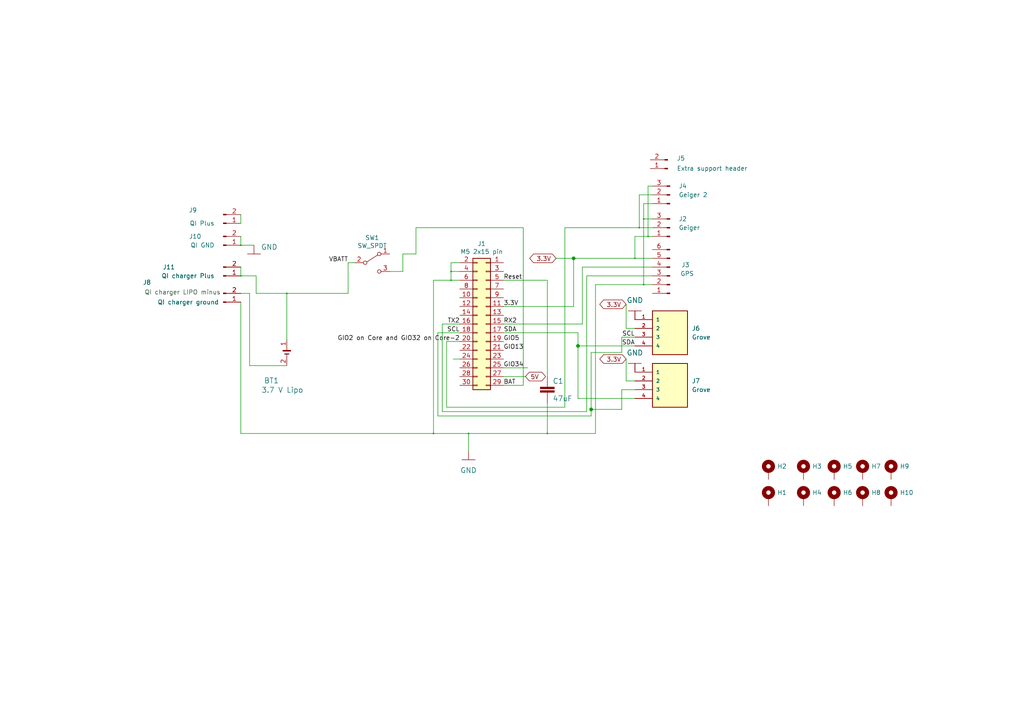
<source format=kicad_sch>
(kicad_sch (version 20230409) (generator eeschema)
  (paper "A4")
  (title_block (title "bGeigieZen V2.1.2") (date "2023-05-29") (rev "V3.0.0") (company "GitHub link at https://github.com/Safecast/bGeigieZen"))
  (lib_symbols
    (symbol "110990030:110990030" (pin_names (offset 1.016))
      (property "Reference" "J" (at -5.08 5.842 0))
      (property "Value" "110990030" (at -5.08 -8.382 0))
      (symbol "110990030_0_0"
        (rectangle (start -5.08 -7.62) (end 5.08 5.08) (stroke (width 0.254)) (fill (type background)))
        (pin passive line (at -10.16 2.54 0) (length 5.08) (name "1") (number "1"))
        (pin passive line (at -10.16 0 0) (length 5.08) (name "2") (number "2"))
        (pin passive line (at -10.16 -2.54 0) (length 5.08) (name "3") (number "3"))
        (pin passive line (at -10.16 -5.08 0) (length 5.08) (name "4") (number "4"))
      )
    )
    (symbol "Connector:Conn_01x02_Male" (pin_names hide)
      (property "Reference" "J" (at 0 2.54 0))
      (property "Value" "Conn_01x02_Male" (at 0 -5.08 0))
      (symbol "Conn_01x02_Male_1_1"
        (polyline (pts (xy 1.27 -2.54) (xy 0.8636 -2.54)))
        (polyline (pts (xy 1.27 0) (xy 0.8636 0)))
        (rectangle (start 0.8636 -2.413) (end 0 -2.667) (fill (type outline)))
        (rectangle (start 0.8636 0.127) (end 0 -0.127) (fill (type outline)))
        (pin passive line (at 5.08 0 180) (length 3.81) (name "Pin_1") (number "1"))
        (pin passive line (at 5.08 -2.54 180) (length 3.81) (name "Pin_2") (number "2"))
      )
    )
    (symbol "Connector:Conn_01x02_Male_1" (pin_names (offset 1.016) hide)
      (property "Reference" "J" (at 0 2.54 0))
      (property "Value" "Conn_01x02_Male" (at 0 -5.08 0))
      (symbol "Conn_01x02_Male_1_1_1"
        (polyline (pts (xy 1.27 -2.54) (xy 0.8636 -2.54)) (stroke (width 0.1524)))
        (polyline (pts (xy 1.27 0) (xy 0.8636 0)) (stroke (width 0.1524)))
        (rectangle (start 0.8636 -2.413) (end 0 -2.667) (stroke (width 0.1524)) (fill (type outline)))
        (rectangle (start 0.8636 0.127) (end 0 -0.127) (stroke (width 0.1524)) (fill (type outline)))
        (pin passive line (at 5.08 0 180) (length 3.81) (name "Pin_1") (number "1"))
        (pin passive line (at 5.08 -2.54 180) (length 3.81) (name "Pin_2") (number "2"))
      )
    )
    (symbol "Connector:Conn_01x03_Male" (pin_names hide)
      (property "Reference" "J" (at 0 5.08 0))
      (property "Value" "Conn_01x03_Male" (at 0 -5.08 0))
      (symbol "Conn_01x03_Male_1_1"
        (polyline (pts (xy 1.27 -2.54) (xy 0.8636 -2.54)) (stroke (width 0.1524)))
        (polyline (pts (xy 1.27 0) (xy 0.8636 0)) (stroke (width 0.1524)))
        (polyline (pts (xy 1.27 2.54) (xy 0.8636 2.54)) (stroke (width 0.1524)))
        (rectangle (start 0.8636 -2.413) (end 0 -2.667) (stroke (width 0.1524)) (fill (type outline)))
        (rectangle (start 0.8636 0.127) (end 0 -0.127) (stroke (width 0.1524)) (fill (type outline)))
        (rectangle (start 0.8636 2.667) (end 0 2.413) (stroke (width 0.1524)) (fill (type outline)))
        (pin passive line (at 5.08 2.54 180) (length 3.81) (name "Pin_1") (number "1"))
        (pin passive line (at 5.08 0 180) (length 3.81) (name "Pin_2") (number "2"))
        (pin passive line (at 5.08 -2.54 180) (length 3.81) (name "Pin_3") (number "3"))
      )
    )
    (symbol "Connector:Conn_01x06_Male" (pin_names (offset 1.016) hide)
      (property "Reference" "J" (at 0 7.62 0))
      (property "Value" "Conn_01x06_Male" (at 0 -10.16 0))
      (symbol "Conn_01x06_Male_1_1"
        (polyline (pts (xy 1.27 -7.62) (xy 0.8636 -7.62)) (stroke (width 0.1524)))
        (polyline (pts (xy 1.27 -5.08) (xy 0.8636 -5.08)) (stroke (width 0.1524)))
        (polyline (pts (xy 1.27 -2.54) (xy 0.8636 -2.54)) (stroke (width 0.1524)))
        (polyline (pts (xy 1.27 0) (xy 0.8636 0)) (stroke (width 0.1524)))
        (polyline (pts (xy 1.27 2.54) (xy 0.8636 2.54)) (stroke (width 0.1524)))
        (polyline (pts (xy 1.27 5.08) (xy 0.8636 5.08)) (stroke (width 0.1524)))
        (rectangle (start 0.8636 -7.493) (end 0 -7.747) (stroke (width 0.1524)) (fill (type outline)))
        (rectangle (start 0.8636 -4.953) (end 0 -5.207) (stroke (width 0.1524)) (fill (type outline)))
        (rectangle (start 0.8636 -2.413) (end 0 -2.667) (stroke (width 0.1524)) (fill (type outline)))
        (rectangle (start 0.8636 0.127) (end 0 -0.127) (stroke (width 0.1524)) (fill (type outline)))
        (rectangle (start 0.8636 2.667) (end 0 2.413) (stroke (width 0.1524)) (fill (type outline)))
        (rectangle (start 0.8636 5.207) (end 0 4.953) (stroke (width 0.1524)) (fill (type outline)))
        (pin passive line (at 5.08 5.08 180) (length 3.81) (name "Pin_1") (number "1"))
        (pin passive line (at 5.08 2.54 180) (length 3.81) (name "Pin_2") (number "2"))
        (pin passive line (at 5.08 0 180) (length 3.81) (name "Pin_3") (number "3"))
        (pin passive line (at 5.08 -2.54 180) (length 3.81) (name "Pin_4") (number "4"))
        (pin passive line (at 5.08 -5.08 180) (length 3.81) (name "Pin_5") (number "5"))
        (pin passive line (at 5.08 -7.62 180) (length 3.81) (name "Pin_6") (number "6"))
      )
    )
    (symbol "Connector_Generic:Conn_02x15_Odd_Even" (pin_names hide)
      (property "Reference" "J" (at 1.27 20.32 0))
      (property "Value" "Conn_02x15_Odd_Even" (at 1.27 -20.32 0))
      (symbol "Conn_02x15_Odd_Even_1_1"
        (rectangle (start -1.27 -17.653) (end 0 -17.907))
        (rectangle (start -1.27 -15.113) (end 0 -15.367))
        (rectangle (start -1.27 -12.573) (end 0 -12.827))
        (rectangle (start -1.27 -10.033) (end 0 -10.287))
        (rectangle (start -1.27 -7.493) (end 0 -7.747))
        (rectangle (start -1.27 -4.953) (end 0 -5.207))
        (rectangle (start -1.27 -2.413) (end 0 -2.667))
        (rectangle (start -1.27 0.127) (end 0 -0.127))
        (rectangle (start -1.27 2.667) (end 0 2.413))
        (rectangle (start -1.27 5.207) (end 0 4.953))
        (rectangle (start -1.27 7.747) (end 0 7.493))
        (rectangle (start -1.27 10.287) (end 0 10.033))
        (rectangle (start -1.27 12.827) (end 0 12.573))
        (rectangle (start -1.27 15.367) (end 0 15.113))
        (rectangle (start -1.27 17.907) (end 0 17.653))
        (rectangle (start -1.27 19.05) (end 3.81 -19.05) (stroke (width 0.254)) (fill (type background)))
        (rectangle (start 3.81 -17.653) (end 2.54 -17.907))
        (rectangle (start 3.81 -15.113) (end 2.54 -15.367))
        (rectangle (start 3.81 -12.573) (end 2.54 -12.827))
        (rectangle (start 3.81 -10.033) (end 2.54 -10.287))
        (rectangle (start 3.81 -7.493) (end 2.54 -7.747))
        (rectangle (start 3.81 -4.953) (end 2.54 -5.207))
        (rectangle (start 3.81 -2.413) (end 2.54 -2.667))
        (rectangle (start 3.81 0.127) (end 2.54 -0.127))
        (rectangle (start 3.81 2.667) (end 2.54 2.413))
        (rectangle (start 3.81 5.207) (end 2.54 4.953))
        (rectangle (start 3.81 7.747) (end 2.54 7.493))
        (rectangle (start 3.81 10.287) (end 2.54 10.033))
        (rectangle (start 3.81 12.827) (end 2.54 12.573))
        (rectangle (start 3.81 15.367) (end 2.54 15.113))
        (rectangle (start 3.81 17.907) (end 2.54 17.653))
        (pin passive line (at -5.08 17.78 0) (length 3.81) (name "Pin_1") (number "1"))
        (pin passive line (at 7.62 7.62 180) (length 3.81) (name "Pin_10") (number "10"))
        (pin passive line (at -5.08 5.08 0) (length 3.81) (name "Pin_11") (number "11"))
        (pin passive line (at 7.62 5.08 180) (length 3.81) (name "Pin_12") (number "12"))
        (pin passive line (at -5.08 2.54 0) (length 3.81) (name "Pin_13") (number "13"))
        (pin passive line (at 7.62 2.54 180) (length 3.81) (name "Pin_14") (number "14"))
        (pin passive line (at -5.08 0 0) (length 3.81) (name "Pin_15") (number "15"))
        (pin passive line (at 7.62 0 180) (length 3.81) (name "Pin_16") (number "16"))
        (pin passive line (at -5.08 -2.54 0) (length 3.81) (name "Pin_17") (number "17"))
        (pin passive line (at 7.62 -2.54 180) (length 3.81) (name "Pin_18") (number "18"))
        (pin passive line (at -5.08 -5.08 0) (length 3.81) (name "Pin_19") (number "19"))
        (pin passive line (at 7.62 17.78 180) (length 3.81) (name "Pin_2") (number "2"))
        (pin passive line (at 7.62 -5.08 180) (length 3.81) (name "Pin_20") (number "20"))
        (pin passive line (at -5.08 -7.62 0) (length 3.81) (name "Pin_21") (number "21"))
        (pin passive line (at 7.62 -7.62 180) (length 3.81) (name "Pin_22") (number "22"))
        (pin passive line (at -5.08 -10.16 0) (length 3.81) (name "Pin_23") (number "23"))
        (pin passive line (at 7.62 -10.16 180) (length 3.81) (name "Pin_24") (number "24"))
        (pin passive line (at -5.08 -12.7 0) (length 3.81) (name "Pin_25") (number "25"))
        (pin passive line (at 7.62 -12.7 180) (length 3.81) (name "Pin_26") (number "26"))
        (pin passive line (at -5.08 -15.24 0) (length 3.81) (name "Pin_27") (number "27"))
        (pin passive line (at 7.62 -15.24 180) (length 3.81) (name "Pin_28") (number "28"))
        (pin passive line (at -5.08 -17.78 0) (length 3.81) (name "Pin_29") (number "29"))
        (pin passive line (at -5.08 15.24 0) (length 3.81) (name "Pin_3") (number "3"))
        (pin passive line (at 7.62 -17.78 180) (length 3.81) (name "Pin_30") (number "30"))
        (pin passive line (at 7.62 15.24 180) (length 3.81) (name "Pin_4") (number "4"))
        (pin passive line (at -5.08 12.7 0) (length 3.81) (name "Pin_5") (number "5"))
        (pin passive line (at 7.62 12.7 180) (length 3.81) (name "Pin_6") (number "6"))
        (pin passive line (at -5.08 10.16 0) (length 3.81) (name "Pin_7") (number "7"))
        (pin passive line (at 7.62 10.16 180) (length 3.81) (name "Pin_8") (number "8"))
        (pin passive line (at -5.08 7.62 0) (length 3.81) (name "Pin_9") (number "9"))
      )
    )
    (symbol "Mechanical:MountingHole_Pad" (pin_numbers hide) (pin_names hide)
      (property "Reference" "H" (at 0 6.35 0))
      (property "Value" "MountingHole_Pad" (at 0 4.445 0))
      (symbol "MountingHole_Pad_0_1"
        (circle (center 0 1.27) (radius 1.27) (stroke (width 1.27)))
      )
      (symbol "MountingHole_Pad_1_1"
        (pin input line (at 0 -2.54 90) (length 2.54) (name "1") (number "1"))
      )
    )
    (symbol "Switch:SW_SPDT" (pin_names (offset 0) hide)
      (property "Reference" "SW1" (at 0 7.239 0))
      (property "Value" "SW_SPDT" (at 0 4.9276 0))
      (symbol "SW_SPDT_0_0"
        (circle (center -2.032 0) (radius 0.508))
        (circle (center 2.032 -2.54) (radius 0.508))
      )
      (symbol "SW_SPDT_0_1"
        (polyline (pts (xy -1.524 0.254) (xy 1.651 2.286)))
        (circle (center 2.032 2.54) (radius 0.508))
      )
      (symbol "SW_SPDT_1_1"
        (pin passive line (at 5.08 2.54 180) (length 2.54) (name "A") (number "1"))
        (pin passive line (at -5.08 0 0) (length 2.54) (name "B") (number "2"))
        (pin passive line (at 5.08 -2.54 180) (length 2.54) (name "C") (number "3"))
      )
    )
    (symbol "bGeigieRaku-V2-rescue:BATTERY-akizuki-M5_board-rescue" (pin_names hide)
      (property "Reference" "BT" (at 0 -7.62 0))
      (property "Value" "BATTERY-akizuki-M5_board-rescue" (at 0 6.35 0))
      (symbol "BATTERY-akizuki-M5_board-rescue_0_1"
        (rectangle (start -1.143 0.635) (end 1.143 0.381) (fill (type outline)))
        (rectangle (start -0.635 -0.381) (end 0.635 -0.508))
        (polyline (pts (xy 0 -0.508) (xy 0 -1.27)))
        (polyline (pts (xy 0 1.27) (xy 0 0.635)))
      )
      (symbol "BATTERY-akizuki-M5_board-rescue_1_1"
        (pin input line (at 0 3.81 270) (length 2.54) (name "+") (number "1"))
        (pin input line (at 0 -3.81 90) (length 2.54) (name "-") (number "2"))
      )
    )
    (symbol "bGeigieRaku-V2-rescue:GND-bGeigieNano_V1.1.5" (power)
      (property "Value" "GND-bGeigieNano_V1.1.5" (at 0 -0.254 0))
      (symbol "GND-bGeigieNano_V1.1.5_1_0"
        (polyline (pts (xy -1.905 0) (xy 1.905 0)))
        (pin power_in line (at 0 2.54 270) (length 2.54) (name "GND") (number "1"))
      )
    )
    (symbol "bGeigieRaku-V2-rescue:bGeigieNano_V1.1.5-eagle-import_C-EU025-024X044-bGeigieNano_V1.1.5-cache"
      (property "Reference" "C" (at 1.524 0.381 0))
      (property "Value" "bGeigieNano_V1.1.5-eagle-import_C-EU025-024X044-bGeigieNano_V1.1.5-cache" (at 1.524 -4.699 0))
      (symbol "bGeigieNano_V1.1.5-eagle-import_C-EU025-024X044-bGeigieNano_V1.1.5-cache_1_0"
        (rectangle (start -2.032 -2.032) (end 2.032 -1.524) (fill (type outline)))
        (rectangle (start -2.032 -1.016) (end 2.032 -0.508) (fill (type outline)))
        (polyline (pts (xy 0 -2.54) (xy 0 -2.032)))
        (polyline (pts (xy 0 0) (xy 0 -0.508)))
        (pin passive line (at 0 2.54 270) (length 2.54) (name "1") (number "1"))
        (pin passive line (at 0 -5.08 90) (length 2.54) (name "2") (number "2"))
      )
    )
  )
  (junction (at 125.73 125.73) (diameter 0.3048))
  (junction (at 186.69 82.55) (diameter 0.3048))
  (junction (at 166.37 74.93))
  (junction (at 130.81 81.28) (diameter 0.3048))
  (junction (at 83.185 85.09) (diameter 0.3048))
  (junction (at 186.69 63.5) (diameter 0.3048))
  (junction (at 185.42 66.04) (diameter 0.3048))
  (junction (at 167.64 100.33))
  (junction (at 69.85 71.12) (diameter 0.3048))
  (junction (at 184.15 74.93) (diameter 0.3048))
  (junction (at 158.75 125.73) (diameter 0.3048))
  (junction (at 69.85 80.01) (diameter 0.3048))
  (junction (at 187.96 68.58) (diameter 0.3048))
  (junction (at 135.89 125.73) (diameter 0.3048))
  (junction (at 171.45 118.745))
  (junction (at 130.81 78.74) (diameter 0.3048))
  (wire (pts (xy 127 96.52) (xy 133.35 96.52)))
  (wire (pts (xy 127 120.65) (xy 127 96.52)))
  (wire (pts (xy 186.69 59.055) (xy 189.23 59.055)))
  (wire (pts (xy 74.295 85.09) (xy 83.185 85.09)))
  (wire (pts (xy 186.69 82.55) (xy 172.72 82.55)))
  (wire (pts (xy 167.64 115.57) (xy 184.15 115.57)))
  (wire (pts (xy 184.15 95.25) (xy 181.61 95.25)))
  (wire (pts (xy 130.81 78.74) (xy 133.35 78.74)))
  (wire (pts (xy 69.85 87.63) (xy 69.85 125.73)))
  (wire (pts (xy 135.89 125.73) (xy 135.89 130.81)))
  (wire (pts (xy 167.64 115.57) (xy 167.64 100.33)))
  (wire (pts (xy 172.72 125.73) (xy 158.75 125.73)))
  (wire (pts (xy 146.05 109.22) (xy 152.4 109.22)))
  (wire (pts (xy 151.765 111.76) (xy 146.05 111.76)))
  (wire (pts (xy 130.81 81.28) (xy 133.35 81.28)))
  (wire (pts (xy 72.39 106.045) (xy 83.185 106.045)))
  (wire (pts (xy 72.39 85.09) (xy 72.39 106.045)))
  (wire (pts (xy 161.29 74.93) (xy 166.37 74.93)))
  (wire (pts (xy 189.23 66.04) (xy 185.42 66.04)))
  (wire (pts (xy 130.81 78.74) (xy 130.81 76.2)))
  (wire (pts (xy 100.965 76.2) (xy 102.87 76.2)))
  (wire (pts (xy 69.85 71.12) (xy 73.66 71.12)))
  (wire (pts (xy 180.34 113.03) (xy 184.15 113.03)))
  (wire (pts (xy 170.18 119.38) (xy 128.27 119.38)))
  (wire (pts (xy 168.91 93.98) (xy 146.05 93.98)))
  (wire (pts (xy 125.73 125.73) (xy 125.73 81.28)))
  (wire (pts (xy 129.54 118.11) (xy 163.83 118.11)))
  (wire (pts (xy 128.27 93.98) (xy 133.35 93.98)))
  (wire (pts (xy 116.84 73.66) (xy 116.84 78.74)))
  (wire (pts (xy 186.69 82.55) (xy 186.69 63.5)))
  (wire (pts (xy 116.84 73.66) (xy 120.65 73.66)))
  (wire (pts (xy 184.15 74.93) (xy 184.15 68.58)))
  (wire (pts (xy 158.75 125.73) (xy 135.89 125.73)))
  (wire (pts (xy 125.73 125.73) (xy 135.89 125.73)))
  (wire (pts (xy 69.85 85.09) (xy 72.39 85.09)))
  (wire (pts (xy 187.96 53.975) (xy 187.96 68.58)))
  (wire (pts (xy 181.61 104.14) (xy 181.61 110.49)))
  (wire (pts (xy 158.75 81.28) (xy 158.75 109.22)))
  (wire (pts (xy 133.35 104.14) (xy 131.445 104.14)))
  (wire (pts (xy 146.05 81.28) (xy 158.75 81.28)))
  (wire (pts (xy 129.54 118.11) (xy 129.54 99.06)))
  (wire (pts (xy 69.85 68.58) (xy 69.85 71.12)))
  (wire (pts (xy 69.85 62.23) (xy 69.85 64.77)))
  (wire (pts (xy 163.83 66.04) (xy 185.42 66.04)))
  (wire (pts (xy 167.64 100.33) (xy 167.64 96.52)))
  (wire (pts (xy 171.45 118.745) (xy 171.45 120.65)))
  (wire (pts (xy 69.85 77.47) (xy 69.85 80.01)))
  (wire (pts (xy 130.81 81.28) (xy 130.81 78.74)))
  (wire (pts (xy 125.73 81.28) (xy 130.81 81.28)))
  (wire (pts (xy 180.34 97.79) (xy 184.15 97.79)))
  (wire (pts (xy 113.03 78.74) (xy 116.84 78.74)))
  (wire (pts (xy 170.18 80.01) (xy 170.18 119.38)))
  (wire (pts (xy 189.23 77.47) (xy 168.91 77.47)))
  (wire (pts (xy 69.85 125.73) (xy 125.73 125.73)))
  (wire (pts (xy 185.42 56.515) (xy 185.42 66.04)))
  (wire (pts (xy 189.23 56.515) (xy 185.42 56.515)))
  (wire (pts (xy 146.05 88.9) (xy 166.37 88.9)))
  (wire (pts (xy 163.83 66.04) (xy 163.83 118.11)))
  (wire (pts (xy 180.34 102.235) (xy 180.34 97.79)))
  (wire (pts (xy 172.72 82.55) (xy 172.72 125.73)))
  (wire (pts (xy 120.65 73.66) (xy 120.65 66.04)))
  (wire (pts (xy 181.61 110.49) (xy 184.15 110.49)))
  (wire (pts (xy 74.295 80.01) (xy 74.295 85.09)))
  (wire (pts (xy 151.765 66.04) (xy 151.765 111.76)))
  (wire (pts (xy 180.34 118.745) (xy 171.45 118.745)))
  (wire (pts (xy 130.81 76.2) (xy 133.35 76.2)))
  (wire (pts (xy 187.96 53.975) (xy 189.23 53.975)))
  (wire (pts (xy 189.23 82.55) (xy 186.69 82.55)))
  (wire (pts (xy 128.27 119.38) (xy 128.27 93.98)))
  (wire (pts (xy 168.91 77.47) (xy 168.91 93.98)))
  (wire (pts (xy 184.15 68.58) (xy 187.96 68.58)))
  (wire (pts (xy 187.96 68.58) (xy 189.23 68.58)))
  (wire (pts (xy 129.54 99.06) (xy 133.35 99.06)))
  (wire (pts (xy 180.34 113.03) (xy 180.34 118.745)))
  (wire (pts (xy 69.85 80.01) (xy 74.295 80.01)))
  (wire (pts (xy 83.185 85.09) (xy 100.965 85.09)))
  (wire (pts (xy 100.965 76.2) (xy 100.965 85.09)))
  (wire (pts (xy 171.45 102.235) (xy 180.34 102.235)))
  (wire (pts (xy 166.37 74.93) (xy 184.15 74.93)))
  (wire (pts (xy 186.69 63.5) (xy 186.69 59.055)))
  (wire (pts (xy 171.45 102.235) (xy 171.45 118.745)))
  (wire (pts (xy 181.61 88.265) (xy 181.61 95.25)))
  (wire (pts (xy 167.64 100.33) (xy 184.15 100.33)))
  (wire (pts (xy 166.37 74.93) (xy 166.37 88.9)))
  (wire (pts (xy 184.15 74.93) (xy 189.23 74.93)))
  (wire (pts (xy 189.23 80.01) (xy 170.18 80.01)))
  (wire (pts (xy 146.05 96.52) (xy 167.64 96.52)))
  (wire (pts (xy 146.05 106.68) (xy 153.035 106.68)))
  (wire (pts (xy 171.45 120.65) (xy 127 120.65)))
  (wire (pts (xy 186.69 63.5) (xy 189.23 63.5)))
  (wire (pts (xy 158.75 116.84) (xy 158.75 125.73)))
  (wire (pts (xy 83.185 98.425) (xy 83.185 85.09)))
  (wire (pts (xy 120.65 66.04) (xy 151.765 66.04)))
  (text "QI charger LIPO minus" (at 41.91 85.725 0) (effects (font (size 1.27 1.27)) (justify left bottom)))
  (label "SDA" (at 149.86 96.52 0))
  (label "TX2" (at 133.35 93.98 0))
  (label "VBATT" (at 100.965 76.2 0))
  (label "GIO13" (at 146.05 101.6 0))
  (label "GIO34" (at 146.05 106.68 0))
  (label "Reset" (at 146.05 81.28 0))
  (label "GIO2 on Core and GIO32 on Core-2" (at 133.35 99.06 0))
  (label "3.3V" (at 146.05 88.9 0))
  (label "SCL" (at 184.15 97.79 0))
  (label "SCL" (at 133.35 96.52 0))
  (label "GIO5" (at 146.05 99.06 0))
  (label "BAT" (at 146.05 111.76 0))
  (label "RX2" (at 146.05 93.98 0))
  (label "SDA" (at 184.15 100.33 0))
  (global_label "3.3V" (shape bidirectional) (at 181.61 104.14 180) (property "Intersheetrefs" "${INTERSHEET_REFS}" (effects hide)))
  (global_label "3.3V" (shape bidirectional) (at 181.61 88.265 180) (property "Intersheetrefs" "${INTERSHEET_REFS}" (effects hide)))
  (global_label "3.3V" (shape bidirectional) (at 161.29 74.93 180) (property "Intersheetrefs" "${INTERSHEET_REFS}" (effects hide)))
  (global_label "5V" (shape bidirectional) (at 152.4 109.22 0) (property "Intersheetrefs" "${INTERSHEET_REFS}" (effects hide)))
  (symbol (lib_id "Connector_Generic:Conn_02x15_Odd_Even") (at 140.97 93.98 0) (mirror y) (unit 1)
    (property "Reference" "J1" (at 139.7 70.6882 0))
    (property "Value" "M5 2x15 pin" (at 139.7 72.9996 0))
    (property "Footprint" "Connector_PinHeader_2.54mm:PinHeader_2x15_P2.54mm_Vertical_SMD" (effects hide))
    (property "Datasheet" "Hirosugi Instruments: PSM-4200233-15" (effects hide))
  )
  (symbol (lib_id "bGeigieRaku-V2-rescue:BATTERY-akizuki-M5_board-rescue") (at 83.185 102.235 0) (unit 1)
    (property "Reference" "BT1" (at 76.5302 110.3884 0) (effects (font (size 1.524 1.524)) (justify left)))
    (property "Value" " 3.7 V Lipo" (at 74.6252 113.1062 0) (effects (font (size 1.524 1.524)) (justify left)))
    (property "Footprint" "Library:BATTERY_18650-HOLDER" (effects hide))
  )
  (symbol (lib_id "Connector:Conn_01x06_Male") (at 194.31 80.01 180) (unit 1)
    (property "Reference" "J3" (at 200.025 76.835 0) (effects (justify left)))
    (property "Value" "GPS" (at 201.295 79.375 0) (effects (justify left)))
    (property "Footprint" "Connector_PinSocket_2.54mm:PinSocket_1x06_P2.54mm_Vertical" (effects hide))
  )
  (symbol (lib_id "Switch:SW_SPDT") (at 107.95 76.2 0) (unit 1)
    (property "Reference" "SW1" (at 107.95 68.961 0))
    (property "Value" "SW_SPDT" (at 107.95 71.2724 0))
    (property "Footprint" "bGeigieNanoKit V1.1r5a:EG1206" (effects hide))
    (property "Datasheet" "https://www.digikey.jp/product-detail/ja/e-switch/EG1206/EG1916-ND/251333" (effects hide))
  )
  (symbol (lib_id "Connector:Conn_01x03_Male") (at 194.31 66.04 180) (unit 1)
    (property "Reference" "J2" (at 196.85 63.5 0) (effects (justify right)))
    (property "Value" "Geiger" (at 196.85 66.04 0) (effects (justify right)))
    (property "Footprint" "Connector_PinHeader_2.54mm:PinHeader_1x03_P2.54mm_Vertical" (effects hide))
  )
  (symbol (lib_id "bGeigieRaku-V2-rescue:GND-bGeigieNano_V1.1.5") (at 135.89 133.35 0) (unit 1)
    (property "Reference" "#GND01" (effects hide))
    (property "Value" "GND" (at 135.89 136.4234 0) (effects (font (size 1.4986 1.4986))))
  )
  (symbol (lib_id "bGeigieRaku-V2-rescue:bGeigieNano_V1.1.5-eagle-import_C-EU025-024X044-bGeigieNano_V1.1.5-cache") (at 158.75 111.76 0) (unit 1)
    (property "Reference" "C1" (at 160.274 111.379 0) (effects (font (size 1.4986 1.4986)) (justify left bottom)))
    (property "Value" "47uF" (at 160.274 116.459 0) (effects (font (size 1.4986 1.4986)) (justify left bottom)))
    (property "Footprint" "bGeigieNano V1.1.5:C025-024X044" (effects hide))
  )
  (symbol (lib_id "Connector:Conn_01x02_Male") (at 64.77 80.01 0) (mirror x) (unit 1)
    (property "Reference" "J11" (at 50.8 77.47 0) (effects (justify right)))
    (property "Value" "QI charger Plus" (at 62.23 80.01 0) (effects (justify right)))
    (property "Footprint" "bGeigieZen:PinHeader_1x02_P2.54mm_Vertical_4056" (effects hide))
  )
  (symbol (lib_id "Connector:Conn_01x02_Male") (at 64.77 71.12 0) (mirror x) (unit 1)
    (property "Reference" "J10" (at 58.42 68.58 0) (effects (justify right)))
    (property "Value" "QI GND" (at 62.23 71.12 0) (effects (justify right)))
    (property "Footprint" "Connector_PinHeader_2.54mm:PinHeader_1x02_P2.54mm_Vertical" (effects hide))
  )
  (symbol (lib_id "Connector:Conn_01x02_Male") (at 64.77 64.77 0) (mirror x) (unit 1)
    (property "Reference" "J9" (at 57.15 60.96 0) (effects (justify right)))
    (property "Value" "QI Plus" (at 62.23 64.77 0) (effects (justify right)))
    (property "Footprint" "Connector_PinHeader_2.54mm:PinHeader_1x02_P2.54mm_Vertical" (effects hide))
  )
  (symbol (lib_id "Mechanical:MountingHole_Pad") (at 222.885 136.525 0) (unit 1)
    (property "Reference" "H2" (at 225.425 135.255 0) (effects (justify left)))
    (property "Value" "MountingHole_Pad" (effects hide))
    (property "Footprint" "MountingHole:MountingHole_3.2mm_M3" (effects hide))
  )
  (symbol (lib_id "Mechanical:MountingHole_Pad") (at 233.045 144.145 0) (unit 1)
    (property "Reference" "H4" (at 235.585 142.875 0) (effects (justify left)))
    (property "Value" "MountingHole_Pad" (effects hide))
    (property "Footprint" "MountingHole:MountingHole_3.2mm_M3" (effects hide))
  )
  (symbol (lib_id "Mechanical:MountingHole_Pad") (at 258.445 144.145 0) (unit 1)
    (property "Reference" "H10" (at 260.985 142.875 0) (effects (justify left)))
    (property "Value" "MountingHole_Pad" (effects hide))
    (property "Footprint" "MountingHole:MountingHole_3.2mm_M3" (effects hide))
  )
  (symbol (lib_id "Mechanical:MountingHole_Pad") (at 250.19 144.145 0) (unit 1)
    (property "Reference" "H8" (at 252.73 142.875 0) (effects (justify left)))
    (property "Value" "MountingHole_Pad" (effects hide))
    (property "Footprint" "MountingHole:MountingHole_3.2mm_M3" (effects hide))
  )
  (symbol (lib_id "Mechanical:MountingHole_Pad") (at 241.935 144.145 0) (unit 1)
    (property "Reference" "H6" (at 244.475 142.875 0) (effects (justify left)))
    (property "Value" "MountingHole_Pad" (effects hide))
    (property "Footprint" "MountingHole:MountingHole_3.2mm_M3" (effects hide))
  )
  (symbol (lib_id "Connector:Conn_01x03_Male") (at 194.31 56.515 180) (unit 1)
    (property "Reference" "J4" (at 196.85 53.975 0) (effects (justify right)))
    (property "Value" "Geiger 2" (at 196.85 56.515 0) (effects (justify right)))
    (property "Footprint" "Connector_PinHeader_2.54mm:PinHeader_1x03_P2.54mm_Vertical" (effects hide))
  )
  (symbol (lib_id "bGeigieRaku-V2-rescue:GND-bGeigieNano_V1.1.5") (at 184.15 105.41 180) (unit 1)
    (property "Reference" "#GND0103" (effects hide))
    (property "Value" "GND" (at 184.15 102.3366 0) (effects (font (size 1.4986 1.4986))))
  )
  (symbol (lib_id "bGeigieRaku-V2-rescue:GND-bGeigieNano_V1.1.5") (at 73.66 73.66 0) (unit 1)
    (property "Reference" "#GND0101" (effects hide))
    (property "Value" "GND" (at 78.105 71.6534 0) (effects (font (size 1.4986 1.4986))))
  )
  (symbol (lib_id "bGeigieRaku-V2-rescue:GND-bGeigieNano_V1.1.5") (at 184.15 90.17 180) (unit 1)
    (property "Reference" "#GND0102" (effects hide))
    (property "Value" "GND" (at 184.15 87.0966 0) (effects (font (size 1.4986 1.4986))))
  )
  (symbol (lib_id "110990030:110990030") (at 194.31 110.49 0) (unit 1)
    (property "Reference" "J7" (at 200.66 110.4899 0) (effects (justify left)))
    (property "Value" "Grove" (at 200.66 113.0299 0) (effects (justify left)))
    (property "Footprint" "Connector_JST:JST_ACH_BM04B-ACHSS-A-GAN-ETF_1x04-1MP_P1.20mm_Vertical" (effects hide))
    (property "PARTREV" "A" (effects hide))
    (property "STANDARD" "Manufacturer Recommendations" (effects hide))
    (property "MAXIMUM_PACKAGE_HEIGHT" "8.1mm" (effects hide))
    (property "MANUFACTURER" "Seeed Technology" (effects hide))
  )
  (symbol (lib_id "Mechanical:MountingHole_Pad") (at 250.19 136.525 0) (unit 1)
    (property "Reference" "H7" (at 252.73 135.255 0) (effects (justify left)))
    (property "Value" "MountingHole_Pad" (effects hide))
    (property "Footprint" "MountingHole:MountingHole_3.2mm_M3" (effects hide))
  )
  (symbol (lib_id "110990030:110990030") (at 194.31 95.25 0) (unit 1)
    (property "Reference" "J6" (at 200.66 95.2499 0) (effects (justify left)))
    (property "Value" "Grove" (at 200.66 97.7899 0) (effects (justify left)))
    (property "Footprint" "Connector_JST:JST_ACH_BM04B-ACHSS-A-GAN-ETF_1x04-1MP_P1.20mm_Vertical" (effects hide))
    (property "PARTREV" "A" (effects hide))
    (property "STANDARD" "Manufacturer Recommendations" (effects hide))
    (property "MAXIMUM_PACKAGE_HEIGHT" "8.1mm" (effects hide))
    (property "MANUFACTURER" "Seeed Technology" (effects hide))
  )
  (symbol (lib_id "Connector:Conn_01x02_Male") (at 64.77 87.63 0) (mirror x) (unit 1)
    (property "Reference" "J8" (at 43.815 81.915 0) (effects (justify right)))
    (property "Value" "QI charger ground" (at 63.5 87.63 0) (effects (justify right)))
    (property "Footprint" "Connector_PinHeader_2.54mm:PinHeader_1x02_P2.54mm_Vertical" (effects hide))
  )
  (symbol (lib_id "Mechanical:MountingHole_Pad") (at 258.445 136.525 0) (unit 1)
    (property "Reference" "H9" (at 260.985 135.255 0) (effects (justify left)))
    (property "Value" "MountingHole_Pad" (effects hide))
    (property "Footprint" "MountingHole:MountingHole_3.2mm_M3" (effects hide))
  )
  (symbol (lib_name "Connector:Conn_01x02_Male_1") (lib_id "Connector:Conn_01x02_Male") (at 193.675 48.895 180) (unit 1)
    (property "Reference" "J5" (at 196.2913 45.9168 0) (effects (justify right)))
    (property "Value" "Extra support header" (at 196.2913 48.8505 0) (effects (justify right)))
    (property "Footprint" "Connector_PinHeader_2.54mm:PinHeader_1x02_P2.54mm_Vertical" (effects hide))
  )
  (symbol (lib_id "Mechanical:MountingHole_Pad") (at 233.045 136.525 0) (unit 1)
    (property "Reference" "H3" (at 235.585 135.255 0) (effects (justify left)))
    (property "Value" "MountingHole_Pad" (effects hide))
    (property "Footprint" "MountingHole:MountingHole_3.2mm_M3" (effects hide))
  )
  (symbol (lib_id "Mechanical:MountingHole_Pad") (at 241.935 136.525 0) (unit 1)
    (property "Reference" "H5" (at 244.475 135.255 0) (effects (justify left)))
    (property "Value" "MountingHole_Pad" (effects hide))
    (property "Footprint" "MountingHole:MountingHole_3.2mm_M3" (effects hide))
  )
  (symbol (lib_id "Mechanical:MountingHole_Pad") (at 222.885 144.145 0) (unit 1)
    (property "Reference" "H1" (at 225.425 142.875 0) (effects (justify left)))
    (property "Value" "MountingHole_Pad" (effects hide))
    (property "Footprint" "MountingHole:MountingHole_3.2mm_M3" (effects hide))
  )
)
</source>
